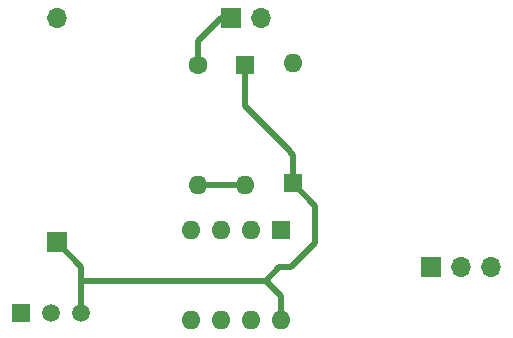
<source format=gtl>
G04 #@! TF.GenerationSoftware,KiCad,Pcbnew,(5.1.9-0-10_14)*
G04 #@! TF.CreationDate,2022-09-19T14:57:36+02:00*
G04 #@! TF.ProjectId,outdoor,6f757464-6f6f-4722-9e6b-696361645f70,rev?*
G04 #@! TF.SameCoordinates,Original*
G04 #@! TF.FileFunction,Copper,L1,Top*
G04 #@! TF.FilePolarity,Positive*
%FSLAX46Y46*%
G04 Gerber Fmt 4.6, Leading zero omitted, Abs format (unit mm)*
G04 Created by KiCad (PCBNEW (5.1.9-0-10_14)) date 2022-09-19 14:57:36*
%MOMM*%
%LPD*%
G01*
G04 APERTURE LIST*
G04 #@! TA.AperFunction,ComponentPad*
%ADD10R,1.500000X1.500000*%
G04 #@! TD*
G04 #@! TA.AperFunction,ComponentPad*
%ADD11C,1.500000*%
G04 #@! TD*
G04 #@! TA.AperFunction,ComponentPad*
%ADD12O,1.600000X1.600000*%
G04 #@! TD*
G04 #@! TA.AperFunction,ComponentPad*
%ADD13R,1.600000X1.600000*%
G04 #@! TD*
G04 #@! TA.AperFunction,ComponentPad*
%ADD14O,1.700000X1.700000*%
G04 #@! TD*
G04 #@! TA.AperFunction,ComponentPad*
%ADD15R,1.700000X1.700000*%
G04 #@! TD*
G04 #@! TA.AperFunction,ComponentPad*
%ADD16C,1.600000*%
G04 #@! TD*
G04 #@! TA.AperFunction,Conductor*
%ADD17C,0.500000*%
G04 #@! TD*
G04 APERTURE END LIST*
D10*
X49000000Y-107000000D03*
D11*
X54080000Y-107000000D03*
X51540000Y-107000000D03*
D12*
X71000000Y-107620000D03*
X63380000Y-100000000D03*
X68460000Y-107620000D03*
X65920000Y-100000000D03*
X65920000Y-107620000D03*
X68460000Y-100000000D03*
X63380000Y-107620000D03*
D13*
X71000000Y-100000000D03*
D14*
X69290000Y-82000000D03*
D15*
X66750000Y-82000000D03*
D12*
X64000000Y-96160000D03*
D16*
X64000000Y-86000000D03*
D14*
X88773000Y-103124000D03*
X86233000Y-103124000D03*
D15*
X83693000Y-103124000D03*
D12*
X72000000Y-85840000D03*
D13*
X72000000Y-96000000D03*
D12*
X68000000Y-96160000D03*
D13*
X68000000Y-86000000D03*
D14*
X52000000Y-82000000D03*
D15*
X52000000Y-101000000D03*
D17*
X68000000Y-86000000D02*
X68000000Y-89480000D01*
X68000000Y-89480000D02*
X71755000Y-93235000D01*
X71755000Y-93235000D02*
X71755000Y-93345000D01*
X72000000Y-93590000D02*
X72000000Y-96000000D01*
X71755000Y-93345000D02*
X72000000Y-93590000D01*
X54080000Y-103080000D02*
X52000000Y-101000000D01*
X54080000Y-104245000D02*
X69701000Y-104245000D01*
X54080000Y-107000000D02*
X54080000Y-104245000D01*
X54080000Y-104245000D02*
X54080000Y-103080000D01*
X71000000Y-105544000D02*
X71000000Y-107620000D01*
X69701000Y-104245000D02*
X71000000Y-105544000D01*
X69701000Y-104245000D02*
X69745000Y-104245000D01*
X69745000Y-104245000D02*
X70866000Y-103124000D01*
X70866000Y-103124000D02*
X71882000Y-103124000D01*
X71882000Y-103124000D02*
X73914000Y-101092000D01*
X73914000Y-97914000D02*
X72000000Y-96000000D01*
X73914000Y-101092000D02*
X73914000Y-97914000D01*
X64000000Y-96160000D02*
X68000000Y-96160000D01*
X66750000Y-82000000D02*
X65955000Y-82000000D01*
X64000000Y-83955000D02*
X64000000Y-86000000D01*
X65955000Y-82000000D02*
X64000000Y-83955000D01*
M02*

</source>
